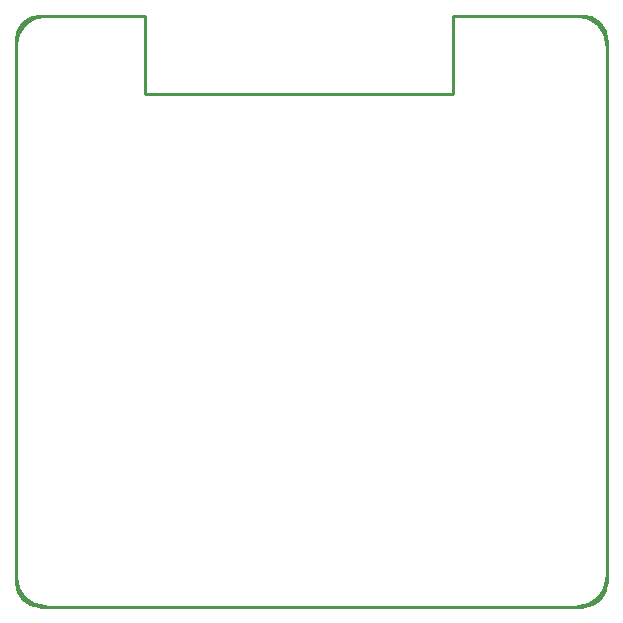
<source format=gko>
G04 Layer: BoardOutline*
G04 EasyEDA v6.4.19.5, 2021-06-01T19:55:23+08:00*
G04 f6417cd83a5c4070a8feff0417839a82,e682ae8673584cf28fd3bb4b7cd2207e,10*
G04 Gerber Generator version 0.2*
G04 Scale: 100 percent, Rotated: No, Reflected: No *
G04 Dimensions in inches *
G04 leading zeros omitted , absolute positions ,3 integer and 6 decimal *
%FSLAX36Y36*%
%MOIN*%

%ADD10C,0.0100*%
D10*
X1889763Y-1968503D02*
G01*
X78739Y-1968503D01*
X1870078Y-1968503D02*
G01*
X98425Y-1968503D01*
X1968504Y-98425D02*
G01*
X1968504Y-1870079D01*
X0Y-1889764D02*
G01*
X0Y-78739D01*
X1968504Y-78739D02*
G01*
X1968504Y-1889764D01*
X1870078Y0D02*
G01*
X1455000Y0D01*
X1455000Y-260000D01*
X430000Y-260000D01*
X430000Y0D01*
X98425Y0D01*
G75*
G01*
X0Y-98425D02*
G02*
X98425Y0I98425J0D01*
G75*
G01*
X98425Y-1968504D02*
G02*
X0Y-1870079I0J98425D01*
G75*
G01*
X1968504Y-1870079D02*
G02*
X1870079Y-1968504I-98425J0D01*
G75*
G01*
X1870079Y0D02*
G02*
X1968504Y-98425I0J-98425D01*
G75*
G01*
X0Y-78740D02*
G02*
X78740Y0I78740J0D01*
G75*
G01*
X78740Y-1968504D02*
G02*
X0Y-1889764I0J78740D01*
G75*
G01*
X1968504Y-1889764D02*
G02*
X1889764Y-1968504I-78740J0D01*
G75*
G01*
X1889764Y0D02*
G02*
X1968504Y-78740I0J-78740D01*

%LPD*%
M02*

</source>
